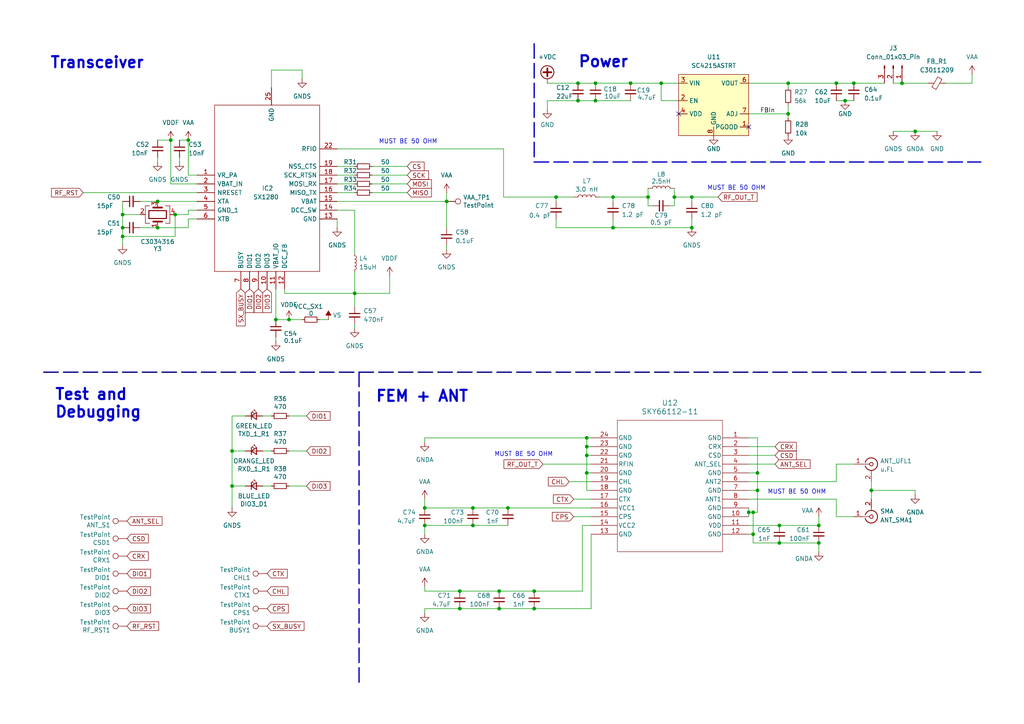
<source format=kicad_sch>
(kicad_sch (version 20250114) (generator "eeschema") (generator_version "9.0")
  (paper "A4")
  (lib_symbols
    (symbol "Connector:Conn_01x03_Pin" (pin_names (offset 1.016) (hide yes))
      (property "Reference" "J" (at 0 5.08 0))
      (property "Value" "Conn_01x03_Pin" (at 0 -5.08 0))
      (symbol "Conn_01x03_Pin_1_1"
        (pin passive line (at 5.08 2.54 180) (length 3.81) (name "Pin_1") (number "1"))
        (pin passive line (at 5.08 0 180) (length 3.81) (name "Pin_2") (number "2"))
        (pin passive line (at 5.08 -2.54 180) (length 3.81) (name "Pin_3") (number "3"))
      )
    )
    (symbol "Connector:Conn_Coaxial" (pin_names (offset 1.016) (hide yes))
      (property "Reference" "J" (at 0.254 3.048 0))
      (property "Value" "Conn_Coaxial" (at 2.921 0 90))
      (symbol "Conn_Coaxial_1_1"
        (pin passive line (at -5.08 0 0) (length 2.54) (name "In") (number "1"))
        (pin passive line (at 0 -5.08 90) (length 2.54) (name "Ext") (number "2"))
      )
    )
    (symbol "Connector:TestPoint" (pin_numbers (hide yes)) (pin_names (offset 0.762) (hide yes))
      (property "Reference" "TP" (at 0 6.858 0))
      (property "Value" "TestPoint" (at 0 5.08 0))
      (symbol "TestPoint_1_1"
        (pin passive line (at 0 0 90) (length 2.54) (name "1") (number "1"))
      )
    )
    (symbol "Device:C_Small" (pin_numbers (hide yes)) (pin_names (offset 0.254) (hide yes))
      (property "Reference" "C" (at 0.254 1.778 0))
      (property "Value" "C_Small" (at 0.254 -2.032 0))
      (symbol "C_Small_1_1"
        (pin passive line (at 0 2.54 270) (length 2.032) (name "~") (number "1"))
        (pin passive line (at 0 -2.54 90) (length 2.032) (name "~") (number "2"))
      )
    )
    (symbol "Device:Crystal_GND24" (pin_names (offset 1.016) (hide yes))
      (property "Reference" "Y" (at 3.175 5.08 0))
      (property "Value" "Crystal_GND24" (at 3.175 3.175 0))
      (symbol "Crystal_GND24_1_1"
        (pin passive line (at -3.81 0 0) (length 1.27) (name "1") (number "1"))
        (pin passive line (at 0 5.08 270) (length 1.27) (name "2") (number "2"))
        (pin passive line (at 0 -5.08 90) (length 1.27) (name "4") (number "4"))
        (pin passive line (at 3.81 0 180) (length 1.27) (name "3") (number "3"))
      )
    )
    (symbol "Device:FerriteBead_Small" (pin_numbers (hide yes)) (pin_names (offset 0))
      (property "Reference" "FB" (at 1.905 1.27 0))
      (property "Value" "FerriteBead_Small" (at 1.905 -1.27 0))
      (symbol "FerriteBead_Small_1_1"
        (pin passive line (at 0 2.54 270) (length 1.27) (name "~") (number "1"))
        (pin passive line (at 0 -2.54 90) (length 1.27) (name "~") (number "2"))
      )
    )
    (symbol "Device:L" (pin_numbers (hide yes)) (pin_names (offset 1.016) (hide yes))
      (property "Reference" "L" (at -1.27 0 90))
      (property "Value" "L" (at 1.905 0 90))
      (symbol "L_1_1"
        (pin passive line (at 0 3.81 270) (length 1.27) (name "1") (number "1"))
        (pin passive line (at 0 -3.81 90) (length 1.27) (name "2") (number "2"))
      )
    )
    (symbol "Device:LED_Small" (pin_numbers (hide yes)) (pin_names (offset 0.254) (hide yes))
      (property "Reference" "D" (at -1.27 3.175 0))
      (property "Value" "LED_Small" (at -4.445 -2.54 0))
      (symbol "LED_Small_1_1"
        (pin passive line (at -2.54 0 0) (length 1.778) (name "K") (number "1"))
        (pin passive line (at 2.54 0 180) (length 1.778) (name "A") (number "2"))
      )
    )
    (symbol "Device:L_Small" (pin_numbers (hide yes)) (pin_names (offset 0.254) (hide yes))
      (property "Reference" "L" (at 0.762 1.016 0))
      (property "Value" "L_Small" (at 0.762 -1.016 0))
      (symbol "L_Small_1_1"
        (pin passive line (at 0 2.54 270) (length 0.508) (name "~") (number "1"))
        (pin passive line (at 0 -2.54 90) (length 0.508) (name "~") (number "2"))
      )
    )
    (symbol "Device:R_Small" (pin_numbers (hide yes)) (pin_names (offset 0.254) (hide yes))
      (property "Reference" "R" (at 0.762 0.508 0))
      (property "Value" "R_Small" (at 0.762 -1.016 0))
      (symbol "R_Small_1_1"
        (pin passive line (at 0 2.54 270) (length 0.762) (name "~") (number "1"))
        (pin passive line (at 0 -2.54 90) (length 0.762) (name "~") (number "2"))
      )
    )
    (symbol "SX1280:symbols_SX1280IMLTRT" (pin_names (offset 0.762))
      (property "Reference" "IC" (at 36.83 25.4 0))
      (property "Value" "symbols_SX1280IMLTRT" (at 36.83 22.86 0))
      (symbol "symbols_SX1280IMLTRT_0_0"
        (pin bidirectional line (at 0 0 0) (length 5.08) (name "VR_PA") (number "1"))
        (pin bidirectional line (at 0 -2.54 0) (length 5.08) (name "VBAT_IN") (number "2"))
        (pin bidirectional line (at 0 -5.08 0) (length 5.08) (name "NRESET") (number "3"))
        (pin bidirectional line (at 0 -7.62 0) (length 5.08) (name "XTA") (number "4"))
        (pin bidirectional line (at 0 -10.16 0) (length 5.08) (name "GND_1") (number "5"))
        (pin bidirectional line (at 0 -12.7 0) (length 5.08) (name "XTB") (number "6"))
        (pin bidirectional line (at 12.7 -33.02 90) (length 5.08) (name "BUSY") (number "7"))
        (pin bidirectional line (at 15.24 -33.02 90) (length 5.08) (name "DIO1") (number "8"))
        (pin bidirectional line (at 17.78 -33.02 90) (length 5.08) (name "DIO2") (number "9"))
        (pin bidirectional line (at 20.32 -33.02 90) (length 5.08) (name "DIO3") (number "10"))
        (pin power_in line (at 21.59 25.4 270) (length 5.08) (hide yes) (name "GND") (number "20"))
        (pin power_in line (at 21.59 25.4 270) (length 5.08) (hide yes) (name "GND") (number "21"))
        (pin power_in line (at 21.59 25.4 270) (length 5.08) (hide yes) (name "GND") (number "23"))
        (pin power_in line (at 21.59 25.4 270) (length 5.08) (hide yes) (name "GND") (number "24"))
        (pin power_in line (at 21.59 25.4 270) (length 5.08) (name "GND") (number "25"))
        (pin bidirectional line (at 22.86 -33.02 90) (length 5.08) (name "VBAT_IO") (number "11"))
        (pin bidirectional line (at 25.4 -33.02 90) (length 5.08) (name "DCC_FB") (number "12"))
        (pin bidirectional line (at 40.64 7.62 180) (length 5.08) (name "RFIO") (number "22"))
        (pin bidirectional line (at 40.64 2.54 180) (length 5.08) (name "NSS_CTS") (number "19"))
        (pin bidirectional line (at 40.64 0 180) (length 5.08) (name "SCK_RTSN") (number "18"))
        (pin bidirectional line (at 40.64 -2.54 180) (length 5.08) (name "MOSI_RX") (number "17"))
        (pin bidirectional line (at 40.64 -5.08 180) (length 5.08) (name "MISO_TX") (number "16"))
        (pin bidirectional line (at 40.64 -7.62 180) (length 5.08) (name "VBAT") (number "15"))
        (pin bidirectional line (at 40.64 -10.16 180) (length 5.08) (name "DCC_SW") (number "14"))
        (pin bidirectional line (at 40.64 -12.7 180) (length 5.08) (name "GND") (number "13"))
      )
    )
    (symbol "iclr:SC4215ASTRT"
      (property "Reference" "U5" (at 0 4.8428 0))
      (property "Value" "SC4215" (at 0 2.3059 0))
      (symbol "SC4215ASTRT_1_1"
        (pin power_in line (at -10.16 -1.27 0) (length 2.54) (name "VIN") (number "3"))
        (pin input line (at -10.16 -6.35 0) (length 2.54) (name "EN") (number "2"))
        (pin input line (at -10.16 -10.16 0) (length 2.54) (name "VDD") (number "4"))
        (pin no_connect line (at -10.16 -15.24 0) (length 2.54) (hide yes) (name "NC") (number "5"))
        (pin power_out line (at 0 -16.51 90) (length 2.54) (name "GND") (number "8"))
        (pin power_out line (at 0 -16.51 90) (length 2.54) (hide yes) (name "GND") (number "9"))
        (pin power_out line (at 10.16 -1.27 180) (length 2.54) (name "VOUT") (number "6"))
        (pin input line (at 10.16 -10.16 180) (length 2.54) (name "ADJ") (number "7"))
        (pin output line (at 10.16 -13.97 180) (length 2.54) (name "PGOOD") (number "1"))
      )
    )
    (symbol "iclr:SKY66112-11" (pin_names (offset 0.254))
      (property "Reference" "U" (at 22.86 10.16 0))
      (property "Value" "SKY66112-11" (at 22.86 7.62 0))
      (symbol "SKY66112-11_1_1"
        (pin power_out line (at 0 0 0) (length 7.62) (name "GND") (number "1"))
        (pin unspecified line (at 0 -2.54 0) (length 7.62) (name "CRX") (number "2"))
        (pin unspecified line (at 0 -5.08 0) (length 7.62) (name "CSD") (number "3"))
        (pin unspecified line (at 0 -7.62 0) (length 7.62) (name "ANT_SEL") (number "4"))
        (pin power_out line (at 0 -10.16 0) (length 7.62) (name "GND") (number "5"))
        (pin bidirectional line (at 0 -12.7 0) (length 7.62) (name "ANT2") (number "6"))
        (pin power_out line (at 0 -15.24 0) (length 7.62) (name "GND") (number "7"))
        (pin bidirectional line (at 0 -17.78 0) (length 7.62) (name "ANT1") (number "8"))
        (pin power_out line (at 0 -20.32 0) (length 7.62) (name "GND") (number "9"))
        (pin power_out line (at 0 -22.86 0) (length 7.62) (name "GND") (number "10"))
        (pin power_in line (at 0 -25.4 0) (length 7.62) (name "VDD") (number "11"))
        (pin power_out line (at 0 -27.94 0) (length 7.62) (name "GND") (number "12"))
        (pin power_out line (at 45.72 0 180) (length 7.62) (name "GND") (number "24"))
        (pin power_out line (at 45.72 -2.54 180) (length 7.62) (name "GND") (number "23"))
        (pin power_out line (at 45.72 -5.08 180) (length 7.62) (name "GND") (number "22"))
        (pin power_in line (at 45.72 -7.62 180) (length 7.62) (name "RFIN") (number "21"))
        (pin power_out line (at 45.72 -10.16 180) (length 7.62) (name "GND") (number "20"))
        (pin unspecified line (at 45.72 -12.7 180) (length 7.62) (name "CHL") (number "19"))
        (pin power_out line (at 45.72 -15.24 180) (length 7.62) (name "GND") (number "18"))
        (pin unspecified line (at 45.72 -17.78 180) (length 7.62) (name "CTX") (number "17"))
        (pin power_in line (at 45.72 -20.32 180) (length 7.62) (name "VCC1") (number "16"))
        (pin unspecified line (at 45.72 -22.86 180) (length 7.62) (name "CPS") (number "15"))
        (pin power_in line (at 45.72 -25.4 180) (length 7.62) (name "VCC2") (number "14"))
        (pin power_out line (at 45.72 -27.94 180) (length 7.62) (name "GND") (number "13"))
      )
    )
    (symbol "power:+VDC" (power) (pin_numbers (hide yes)) (pin_names (offset 0) (hide yes))
      (property "Value" "+VDC" (at 0 6.35 0))
      (symbol "+VDC_1_1"
        (pin power_in line (at 0 0 90) (length 0) (name "~") (number "1"))
      )
    )
    (symbol "power:GND" (power) (pin_names (offset 0))
      (property "Value" "GND" (at 0 -3.81 0))
      (symbol "GND_1_1"
        (pin power_in line (at 0 0 270) (length 0) (hide yes) (name "GND") (number "1"))
      )
    )
    (symbol "power:GNDA" (power) (pin_numbers (hide yes)) (pin_names (offset 0) (hide yes))
      (property "Value" "GNDA" (at 0 -3.81 0))
      (symbol "GNDA_1_1"
        (pin power_in line (at 0 0 270) (length 0) (name "~") (number "1"))
      )
    )
    (symbol "power:GNDS" (power) (pin_numbers (hide yes)) (pin_names (offset 0) (hide yes))
      (property "Value" "GNDS" (at 0 -3.81 0))
      (symbol "GNDS_1_1"
        (pin power_in line (at 0 0 270) (length 0) (name "~") (number "1"))
      )
    )
    (symbol "power:VAA" (power) (pin_numbers (hide yes)) (pin_names (offset 0) (hide yes))
      (property "Value" "VAA" (at 0 3.556 0))
      (symbol "VAA_1_1"
        (pin power_in line (at 0 0 90) (length 0) (name "~") (number "1"))
      )
    )
    (symbol "power:VDDF" (power) (pin_numbers (hide yes)) (pin_names (offset 0) (hide yes))
      (property "Value" "VDDF" (at 0 3.556 0))
      (symbol "VDDF_1_1"
        (pin power_in line (at 0 0 90) (length 0) (name "~") (number "1"))
      )
    )
    (symbol "power:VS" (power) (pin_numbers (hide yes)) (pin_names (offset 0) (hide yes))
      (property "Value" "VS" (at 0 3.556 0))
      (symbol "VS_1_1"
        (pin power_in line (at 0 0 90) (length 0) (name "~") (number "1"))
      )
    )
  )
  (text "MUST BE 50 OHM\n" (at 151.892 131.826 0) (effects (font (size 1.27 1.27))))
  (text "Transceiver\n" (at 28.194 18.288 0) (effects (font (size 3.175 3.175) (thickness 0.635) (bold yes))))
  (text "Test and\nDebugging" (at 15.748 117.094 0) (effects (font (size 3.175 3.175) (thickness 0.635) (bold yes)) (justify left)))
  (text "MUST BE 50 OHM\n" (at 118.364 41.148 0) (effects (font (size 1.27 1.27))))
  (text "MUST BE 50 OHM\n" (at 231.14 142.748 0) (effects (font (size 1.27 1.27))))
  (text "Power" (at 175.006 18.034 0) (effects (font (size 3.175 3.175) (thickness 0.635) (bold yes))))
  (text "MUST BE 50 OHM\n" (at 213.614 54.61 0) (effects (font (size 1.27 1.27))))
  (text "FEM + ANT" (at 122.428 115.062 0) (effects (font (size 3.175 3.175) (thickness 0.635) (bold yes))))
  (junction (at 123.19 147.32))
  (junction (at 154.94 171.45))
  (junction (at 195.58 57.15))
  (junction (at 228.6 24.13))
  (junction (at 218.44 154.94))
  (junction (at 219.71 142.24))
  (junction (at 177.8 66.04))
  (junction (at 137.16 152.4))
  (junction (at 182.88 24.13))
  (junction (at 217.17 148.59))
  (junction (at 261.62 24.13))
  (junction (at 200.66 57.15))
  (junction (at 167.64 24.13))
  (junction (at 252.73 142.24))
  (junction (at 167.64 29.21))
  (junction (at 247.65 24.13))
  (junction (at 144.78 176.53))
  (junction (at 237.49 152.4))
  (junction (at 35.56 66.04))
  (junction (at 242.57 24.13))
  (junction (at 226.06 157.48))
  (junction (at 200.66 66.04))
  (junction (at 133.35 176.53))
  (junction (at 147.32 147.32))
  (junction (at 170.18 129.54))
  (junction (at 170.18 137.16))
  (junction (at 80.01 92.71))
  (junction (at 137.16 147.32))
  (junction (at 245.11 29.21))
  (junction (at 67.31 130.81))
  (junction (at 35.56 68.58))
  (junction (at 172.72 29.21))
  (junction (at 83.82 92.71))
  (junction (at 161.29 57.15))
  (junction (at 67.31 140.97))
  (junction (at 172.72 24.13))
  (junction (at 154.94 176.53))
  (junction (at 49.53 40.64))
  (junction (at 226.06 152.4))
  (junction (at 219.71 137.16))
  (junction (at 228.6 33.02))
  (junction (at 187.96 57.15))
  (junction (at 170.18 127))
  (junction (at 54.61 40.64))
  (junction (at 177.8 57.15))
  (junction (at 123.19 152.4))
  (junction (at 144.78 171.45))
  (junction (at 45.72 58.42))
  (junction (at 50.8 62.23))
  (junction (at 35.56 62.23))
  (junction (at 237.49 157.48))
  (junction (at 45.72 66.04))
  (junction (at 191.77 24.13))
  (junction (at 170.18 132.08))
  (junction (at 265.43 38.1))
  (junction (at 218.44 148.59))
  (junction (at 133.35 171.45))
  (junction (at 102.87 85.09))
  (junction (at 129.54 58.42))
  (no_connect (at 196.85 33.02))
  (no_connect (at 217.17 36.83))
  (wire (pts (xy 35.56 62.23) (xy 35.56 58.42)))
  (wire (pts (xy 102.87 60.96) (xy 102.87 73.66)))
  (wire (pts (xy 187.96 59.69) (xy 187.96 57.15)))
  (wire (pts (xy 82.55 85.09) (xy 82.55 83.82)))
  (wire (pts (xy 274.32 24.13) (xy 281.94 24.13)))
  (wire (pts (xy 219.71 142.24) (xy 219.71 148.59)))
  (wire (pts (xy 118.11 55.88) (xy 107.95 55.88)))
  (wire (pts (xy 45.72 40.64) (xy 49.53 40.64)))
  (wire (pts (xy 171.45 154.94) (xy 171.45 176.53)))
  (wire (pts (xy 228.6 24.13) (xy 242.57 24.13)))
  (wire (pts (xy 158.75 24.13) (xy 167.64 24.13)))
  (wire (pts (xy 217.17 33.02) (xy 228.6 33.02)))
  (wire (pts (xy 224.79 132.08) (xy 217.17 132.08)))
  (wire (pts (xy 224.79 134.62) (xy 217.17 134.62)))
  (wire (pts (xy 170.18 129.54) (xy 170.18 132.08)))
  (wire (pts (xy 242.57 24.13) (xy 247.65 24.13)))
  (wire (pts (xy 228.6 30.48) (xy 228.6 33.02)))
  (wire (pts (xy 158.75 29.21) (xy 158.75 31.75)))
  (wire (pts (xy 170.18 142.24) (xy 171.45 142.24)))
  (wire (pts (xy 49.53 53.34) (xy 49.53 40.64)))
  (wire (pts (xy 40.64 66.04) (xy 45.72 66.04)))
  (wire (pts (xy 137.16 152.4) (xy 123.19 152.4)))
  (wire (pts (xy 123.19 127) (xy 123.19 128.27)))
  (wire (pts (xy 177.8 66.04) (xy 177.8 63.5)))
  (wire (pts (xy 224.79 129.54) (xy 217.17 129.54)))
  (wire (pts (xy 217.17 144.78) (xy 242.57 144.78)))
  (wire (pts (xy 102.87 85.09) (xy 102.87 88.9)))
  (wire (pts (xy 170.18 132.08) (xy 170.18 137.16)))
  (wire (pts (xy 83.82 120.65) (xy 88.9 120.65)))
  (wire (pts (xy 24.13 55.88) (xy 57.15 55.88)))
  (wire (pts (xy 191.77 24.13) (xy 196.85 24.13)))
  (wire (pts (xy 118.11 53.34) (xy 107.95 53.34)))
  (wire (pts (xy 76.2 120.65) (xy 78.74 120.65)))
  (wire (pts (xy 129.54 71.12) (xy 129.54 72.39)))
  (wire (pts (xy 45.72 66.04) (xy 54.61 66.04)))
  (wire (pts (xy 171.45 144.78) (xy 166.37 144.78)))
  (wire (pts (xy 57.15 53.34) (xy 49.53 53.34)))
  (wire (pts (xy 92.71 92.71) (xy 95.25 92.71)))
  (wire (pts (xy 67.31 140.97) (xy 71.12 140.97)))
  (wire (pts (xy 170.18 127) (xy 170.18 129.54)))
  (wire (pts (xy 217.17 148.59) (xy 218.44 148.59)))
  (wire (pts (xy 161.29 66.04) (xy 177.8 66.04)))
  (wire (pts (xy 147.32 152.4) (xy 137.16 152.4)))
  (wire (pts (xy 71.12 130.81) (xy 67.31 130.81)))
  (wire (pts (xy 177.8 58.42) (xy 177.8 57.15)))
  (wire (pts (xy 167.64 29.21) (xy 172.72 29.21)))
  (wire (pts (xy 133.35 171.45) (xy 123.19 171.45)))
  (wire (pts (xy 102.87 78.74) (xy 102.87 85.09)))
  (bus (pts (xy 12.7 107.95) (xy 284.48 107.95)) (stroke (width 0.381) (type dash)))
  (wire (pts (xy 102.87 93.98) (xy 102.87 95.25)))
  (wire (pts (xy 261.62 24.13) (xy 269.24 24.13)))
  (wire (pts (xy 171.45 127) (xy 170.18 127)))
  (wire (pts (xy 154.94 171.45) (xy 144.78 171.45)))
  (wire (pts (xy 172.72 29.21) (xy 182.88 29.21)))
  (wire (pts (xy 87.63 20.32) (xy 87.63 22.86)))
  (wire (pts (xy 97.79 43.18) (xy 146.05 43.18)))
  (wire (pts (xy 172.72 24.13) (xy 182.88 24.13)))
  (wire (pts (xy 78.74 20.32) (xy 87.63 20.32)))
  (polyline (pts (xy 104.14 107.95) (xy 104.14 198.12)) (stroke (width 0.381) (type dash)))
  (wire (pts (xy 35.56 68.58) (xy 50.8 68.58)))
  (wire (pts (xy 80.01 92.71) (xy 83.82 92.71)))
  (wire (pts (xy 252.73 142.24) (xy 252.73 144.78)))
  (wire (pts (xy 102.87 85.09) (xy 82.55 85.09)))
  (wire (pts (xy 80.01 83.82) (xy 80.01 92.71)))
  (wire (pts (xy 170.18 127) (xy 123.19 127)))
  (wire (pts (xy 167.64 24.13) (xy 172.72 24.13)))
  (wire (pts (xy 228.6 24.13) (xy 228.6 25.4)))
  (wire (pts (xy 102.87 48.26) (xy 97.79 48.26)))
  (wire (pts (xy 102.87 53.34) (xy 97.79 53.34)))
  (wire (pts (xy 265.43 142.24) (xy 265.43 143.51)))
  (wire (pts (xy 154.94 176.53) (xy 144.78 176.53)))
  (polyline (pts (xy 154.94 12.7) (xy 154.94 46.99)) (stroke (width 0.381) (type dash)))
  (wire (pts (xy 35.56 66.04) (xy 35.56 68.58)))
  (wire (pts (xy 52.07 40.64) (xy 54.61 40.64)))
  (wire (pts (xy 129.54 55.88) (xy 129.54 58.42)))
  (wire (pts (xy 218.44 154.94) (xy 217.17 154.94)))
  (wire (pts (xy 195.58 57.15) (xy 195.58 59.69)))
  (wire (pts (xy 218.44 154.94) (xy 218.44 157.48)))
  (wire (pts (xy 187.96 57.15) (xy 187.96 54.61)))
  (wire (pts (xy 191.77 29.21) (xy 191.77 24.13)))
  (wire (pts (xy 237.49 157.48) (xy 237.49 160.02)))
  (wire (pts (xy 80.01 97.79) (xy 80.01 99.06)))
  (wire (pts (xy 67.31 130.81) (xy 67.31 140.97)))
  (wire (pts (xy 217.17 148.59) (xy 217.17 149.86)))
  (wire (pts (xy 196.85 29.21) (xy 191.77 29.21)))
  (wire (pts (xy 171.45 149.86) (xy 166.37 149.86)))
  (wire (pts (xy 247.65 134.62) (xy 242.57 134.62)))
  (wire (pts (xy 97.79 63.5) (xy 97.79 66.04)))
  (wire (pts (xy 219.71 148.59) (xy 218.44 148.59)))
  (wire (pts (xy 102.87 85.09) (xy 113.03 85.09)))
  (wire (pts (xy 123.19 152.4) (xy 123.19 154.94)))
  (wire (pts (xy 182.88 24.13) (xy 191.77 24.13)))
  (wire (pts (xy 195.58 57.15) (xy 200.66 57.15)))
  (wire (pts (xy 67.31 120.65) (xy 71.12 120.65)))
  (wire (pts (xy 146.05 43.18) (xy 146.05 57.15)))
  (wire (pts (xy 161.29 57.15) (xy 166.37 57.15)))
  (wire (pts (xy 83.82 92.71) (xy 87.63 92.71)))
  (wire (pts (xy 144.78 176.53) (xy 133.35 176.53)))
  (wire (pts (xy 242.57 134.62) (xy 242.57 139.7)))
  (wire (pts (xy 113.03 80.01) (xy 113.03 85.09)))
  (wire (pts (xy 226.06 152.4) (xy 217.17 152.4)))
  (wire (pts (xy 219.71 137.16) (xy 217.17 137.16)))
  (wire (pts (xy 218.44 148.59) (xy 218.44 154.94)))
  (wire (pts (xy 171.45 139.7) (xy 165.1 139.7)))
  (wire (pts (xy 171.45 176.53) (xy 154.94 176.53)))
  (wire (pts (xy 177.8 57.15) (xy 187.96 57.15)))
  (wire (pts (xy 217.17 142.24) (xy 219.71 142.24)))
  (wire (pts (xy 67.31 130.81) (xy 67.31 120.65)))
  (wire (pts (xy 200.66 66.04) (xy 200.66 63.5)))
  (wire (pts (xy 144.78 171.45) (xy 133.35 171.45)))
  (wire (pts (xy 146.05 57.15) (xy 161.29 57.15)))
  (wire (pts (xy 40.64 58.42) (xy 45.72 58.42)))
  (wire (pts (xy 259.08 38.1) (xy 265.43 38.1)))
  (wire (pts (xy 171.45 152.4) (xy 168.91 152.4)))
  (wire (pts (xy 189.23 59.69) (xy 187.96 59.69)))
  (wire (pts (xy 200.66 58.42) (xy 200.66 57.15)))
  (wire (pts (xy 35.56 68.58) (xy 35.56 71.12)))
  (wire (pts (xy 102.87 55.88) (xy 97.79 55.88)))
  (wire (pts (xy 147.32 147.32) (xy 137.16 147.32)))
  (wire (pts (xy 195.58 59.69) (xy 194.31 59.69)))
  (wire (pts (xy 237.49 157.48) (xy 226.06 157.48)))
  (wire (pts (xy 247.65 149.86) (xy 242.57 149.86)))
  (wire (pts (xy 67.31 140.97) (xy 67.31 147.32)))
  (wire (pts (xy 177.8 66.04) (xy 200.66 66.04)))
  (wire (pts (xy 265.43 38.1) (xy 271.78 38.1)))
  (wire (pts (xy 168.91 171.45) (xy 154.94 171.45)))
  (wire (pts (xy 171.45 137.16) (xy 170.18 137.16)))
  (wire (pts (xy 218.44 157.48) (xy 226.06 157.48)))
  (wire (pts (xy 171.45 134.62) (xy 157.48 134.62)))
  (wire (pts (xy 133.35 176.53) (xy 123.19 176.53)))
  (wire (pts (xy 219.71 137.16) (xy 219.71 127)))
  (wire (pts (xy 168.91 152.4) (xy 168.91 171.45)))
  (wire (pts (xy 247.65 24.13) (xy 256.54 24.13)))
  (wire (pts (xy 217.17 24.13) (xy 228.6 24.13)))
  (wire (pts (xy 195.58 54.61) (xy 195.58 57.15)))
  (wire (pts (xy 167.64 29.21) (xy 158.75 29.21)))
  (wire (pts (xy 242.57 149.86) (xy 242.57 144.78)))
  (wire (pts (xy 171.45 147.32) (xy 147.32 147.32)))
  (wire (pts (xy 161.29 63.5) (xy 161.29 66.04)))
  (wire (pts (xy 50.8 62.23) (xy 50.8 68.58)))
  (wire (pts (xy 54.61 60.96) (xy 57.15 60.96)))
  (wire (pts (xy 217.17 139.7) (xy 242.57 139.7)))
  (wire (pts (xy 281.94 24.13) (xy 281.94 21.59)))
  (wire (pts (xy 237.49 152.4) (xy 226.06 152.4)))
  (wire (pts (xy 129.54 58.42) (xy 129.54 66.04)))
  (wire (pts (xy 173.99 57.15) (xy 177.8 57.15)))
  (wire (pts (xy 161.29 58.42) (xy 161.29 57.15)))
  (wire (pts (xy 76.2 140.97) (xy 78.74 140.97)))
  (wire (pts (xy 57.15 63.5) (xy 54.61 63.5)))
  (wire (pts (xy 219.71 127) (xy 217.17 127)))
  (wire (pts (xy 76.2 130.81) (xy 78.74 130.81)))
  (wire (pts (xy 83.82 140.97) (xy 88.9 140.97)))
  (wire (pts (xy 97.79 58.42) (xy 129.54 58.42)))
  (polyline (pts (xy 154.94 46.99) (xy 284.48 46.99)) (stroke (width 0.381) (type dash)))
  (wire (pts (xy 35.56 62.23) (xy 35.56 66.04)))
  (wire (pts (xy 259.08 24.13) (xy 261.62 24.13)))
  (wire (pts (xy 40.64 62.23) (xy 35.56 62.23)))
  (wire (pts (xy 123.19 170.18) (xy 123.19 171.45)))
  (wire (pts (xy 137.16 147.32) (xy 123.19 147.32)))
  (wire (pts (xy 123.19 144.78) (xy 123.19 147.32)))
  (wire (pts (xy 54.61 50.8) (xy 54.61 40.64)))
  (wire (pts (xy 102.87 50.8) (xy 97.79 50.8)))
  (wire (pts (xy 242.57 29.21) (xy 245.11 29.21)))
  (wire (pts (xy 45.72 45.72) (xy 45.72 46.99)))
  (wire (pts (xy 252.73 139.7) (xy 252.73 142.24)))
  (wire (pts (xy 252.73 142.24) (xy 265.43 142.24)))
  (wire (pts (xy 54.61 63.5) (xy 54.61 66.04)))
  (wire (pts (xy 219.71 137.16) (xy 219.71 142.24)))
  (wire (pts (xy 118.11 50.8) (xy 107.95 50.8)))
  (wire (pts (xy 171.45 132.08) (xy 170.18 132.08)))
  (wire (pts (xy 97.79 60.96) (xy 102.87 60.96)))
  (wire (pts (xy 50.8 62.23) (xy 54.61 62.23)))
  (wire (pts (xy 57.15 50.8) (xy 54.61 50.8)))
  (wire (pts (xy 78.74 25.4) (xy 78.74 20.32)))
  (wire (pts (xy 237.49 149.86) (xy 237.49 152.4)))
  (wire (pts (xy 118.11 48.26) (xy 107.95 48.26)))
  (wire (pts (xy 171.45 129.54) (xy 170.18 129.54)))
  (wire (pts (xy 45.72 58.42) (xy 57.15 58.42)))
  (wire (pts (xy 228.6 33.02) (xy 228.6 34.29)))
  (wire (pts (xy 83.82 130.81) (xy 88.9 130.81)))
  (wire (pts (xy 123.19 176.53) (xy 123.19 177.8)))
  (wire (pts (xy 217.17 147.32) (xy 217.17 148.59)))
  (wire (pts (xy 170.18 137.16) (xy 170.18 142.24)))
  (wire (pts (xy 52.07 45.72) (xy 52.07 46.99)))
  (wire (pts (xy 200.66 57.15) (xy 208.28 57.15)))
  (wire (pts (xy 54.61 62.23) (xy 54.61 60.96)))
  (wire (pts (xy 245.11 29.21) (xy 247.65 29.21)))
  (label "FBIn" (at 224.79 33.02 180))
  (global_label "CSD" (shape input) (at 224.79 132.08 0) (property "Intersheetrefs" "${INTERSHEET_REFS}" (effects (hide yes))))
  (global_label "CTX" (shape input) (at 166.37 144.78 180) (property "Intersheetrefs" "${INTERSHEET_REFS}" (effects (hide yes))))
  (global_label "CRX" (shape input) (at 36.83 161.29 0) (property "Intersheetrefs" "${INTERSHEET_REFS}" (effects (hide yes))))
  (global_label "CHL" (shape input) (at 165.1 139.7 180) (property "Intersheetrefs" "${INTERSHEET_REFS}" (effects (hide yes))))
  (global_label "DIO2" (shape input) (at 36.83 171.45 0) (property "Intersheetrefs" "${INTERSHEET_REFS}" (effects (hide yes))))
  (global_label "RF_RST" (shape input) (at 24.13 55.88 180) (property "Intersheetrefs" "${INTERSHEET_REFS}" (effects (hide yes))))
  (global_label "DIO2" (shape input) (at 88.9 130.81 0) (property "Intersheetrefs" "${INTERSHEET_REFS}" (effects (hide yes))))
  (global_label "ANT_SEL" (shape input) (at 36.83 151.13 0) (property "Intersheetrefs" "${INTERSHEET_REFS}" (effects (hide yes))))
  (global_label "CSD" (shape input) (at 36.83 156.21 0) (property "Intersheetrefs" "${INTERSHEET_REFS}" (effects (hide yes))))
  (global_label "CPS" (shape input) (at 77.47 176.53 0) (property "Intersheetrefs" "${INTERSHEET_REFS}" (effects (hide yes))))
  (global_label "RF_OUT_T" (shape input) (at 208.28 57.15 0) (property "Intersheetrefs" "${INTERSHEET_REFS}" (effects (hide yes))))
  (global_label "DIO1" (shape input) (at 88.9 120.65 0) (property "Intersheetrefs" "${INTERSHEET_REFS}" (effects (hide yes))))
  (global_label "DIO3" (shape input) (at 88.9 140.97 0) (property "Intersheetrefs" "${INTERSHEET_REFS}" (effects (hide yes))))
  (global_label "SCK" (shape input) (at 118.11 50.8 0) (property "Intersheetrefs" "${INTERSHEET_REFS}" (effects (hide yes))))
  (global_label "DIO1" (shape input) (at 72.39 83.82 270) (property "Intersheetrefs" "${INTERSHEET_REFS}" (effects (hide yes))))
  (global_label "DIO3" (shape input) (at 36.83 176.53 0) (property "Intersheetrefs" "${INTERSHEET_REFS}" (effects (hide yes))))
  (global_label "SX_BUSY" (shape input) (at 69.85 83.82 270) (property "Intersheetrefs" "${INTERSHEET_REFS}" (effects (hide yes))))
  (global_label "MISO" (shape input) (at 118.11 55.88 0) (property "Intersheetrefs" "${INTERSHEET_REFS}" (effects (hide yes))))
  (global_label "CRX" (shape input) (at 224.79 129.54 0) (property "Intersheetrefs" "${INTERSHEET_REFS}" (effects (hide yes))))
  (global_label "RF_RST" (shape input) (at 36.83 181.61 0) (property "Intersheetrefs" "${INTERSHEET_REFS}" (effects (hide yes))))
  (global_label "DIO2" (shape input) (at 74.93 83.82 270) (property "Intersheetrefs" "${INTERSHEET_REFS}" (effects (hide yes))))
  (global_label "ANT_SEL" (shape input) (at 224.79 134.62 0) (property "Intersheetrefs" "${INTERSHEET_REFS}" (effects (hide yes))))
  (global_label "CS" (shape input) (at 118.11 48.26 0) (property "Intersheetrefs" "${INTERSHEET_REFS}" (effects (hide yes))))
  (global_label "DIO1" (shape input) (at 36.83 166.37 0) (property "Intersheetrefs" "${INTERSHEET_REFS}" (effects (hide yes))))
  (global_label "CPS" (shape input) (at 166.37 149.86 180) (property "Intersheetrefs" "${INTERSHEET_REFS}" (effects (hide yes))))
  (global_label "CHL" (shape input) (at 77.47 171.45 0) (property "Intersheetrefs" "${INTERSHEET_REFS}" (effects (hide yes))))
  (global_label "RF_OUT_T" (shape input) (at 157.48 134.62 180) (property "Intersheetrefs" "${INTERSHEET_REFS}" (effects (hide yes))))
  (global_label "MOSI" (shape input) (at 118.11 53.34 0) (property "Intersheetrefs" "${INTERSHEET_REFS}" (effects (hide yes))))
  (global_label "CTX" (shape input) (at 77.47 166.37 0) (property "Intersheetrefs" "${INTERSHEET_REFS}" (effects (hide yes))))
  (global_label "SX_BUSY" (shape input) (at 77.47 181.61 0) (property "Intersheetrefs" "${INTERSHEET_REFS}" (effects (hide yes))))
  (global_label "DIO3" (shape input) (at 77.47 83.82 270) (property "Intersheetrefs" "${INTERSHEET_REFS}" (effects (hide yes))))
  (symbol (lib_id "power:GNDS") (at 129.54 72.39 0) (unit 1)
    (property "Reference" "#PWR090" (effects (hide yes)))
    (property "Value" "GNDS" (at 129.54 77.47 0))
    (property "Description" "Power symbol creates a global label with name \"GNDS\" , signal ground" (effects (hide yes)))
  )
  (symbol (lib_id "Device:R_Small") (at 81.28 140.97 270) (unit 1)
    (property "Reference" "R38" (at 81.28 135.9916 90))
    (property "Value" "470" (at 81.28 138.303 90))
    (property "Footprint" "Resistor_SMD:R_0402_1005Metric" (effects (hide yes)))
  )
  (symbol (lib_id "power:GNDS") (at 97.79 66.04 0) (unit 1)
    (property "Reference" "#PWR088" (effects (hide yes)))
    (property "Value" "GNDS" (at 97.79 71.12 0))
    (property "Description" "Power symbol creates a global label with name \"GNDS\" , signal ground" (effects (hide yes)))
  )
  (symbol (lib_id "power:GND") (at 158.75 31.75 0) (unit 1)
    (property "Reference" "#PWR015" (effects (hide yes)))
    (property "Value" "GND" (at 158.75 36.1934 0))
  )
  (symbol (lib_id "Device:C_Small") (at 52.07 43.18 0) (unit 1)
    (property "Reference" "C53" (at 54.61 41.9162 0) (effects (justify left)))
    (property "Value" "10nF" (at 54.61 44.4562 0) (effects (justify left)))
    (property "Footprint" "Capacitor_SMD:C_0402_1005Metric" (effects (hide yes)))
    (property "Description" "Unpolarized capacitor, small symbol" (effects (hide yes)))
  )
  (symbol (lib_id "power:VAA") (at 237.49 149.86 0) (mirror y) (unit 1)
    (property "Reference" "#PWR097" (effects (hide yes)))
    (property "Value" "VAA" (at 234.188 148.082 0))
    (property "Description" "Power symbol creates a global label with name \"VAA\"" (effects (hide yes)))
  )
  (symbol (lib_id "Connector:TestPoint") (at 77.47 166.37 90) (unit 1)
    (property "Reference" "CHL1" (at 72.6948 167.5384 90) (effects (justify left)))
    (property "Value" "TestPoint" (at 72.6948 165.227 90) (effects (justify left)))
    (property "Footprint" "TestPoint:TestPoint_Pad_D1.0mm" (effects (hide yes)))
  )
  (symbol (lib_id "Device:C_Small") (at 38.1 58.42 90) (unit 1)
    (property "Reference" "C50" (at 33.02 57.15 90))
    (property "Value" "15pF" (at 30.48 59.69 90))
    (property "Footprint" "Capacitor_SMD:C_0402_1005Metric" (effects (hide yes)))
    (property "Description" "Unpolarized capacitor, small symbol" (effects (hide yes)))
  )
  (symbol (lib_id "Connector:Conn_Coaxial") (at 252.73 134.62 0) (unit 1)
    (property "Reference" "ANT_UFL1" (at 255.2701 133.701 0) (effects (justify left)))
    (property "Value" "u.FL" (at 255.2701 136.1253 0) (effects (justify left)))
    (property "Footprint" "Connector_Coaxial:U.FL_Hirose_U.FL-R-SMT-1_Vertical" (effects (hide yes)))
    (property "Description" "coaxial connector (BNC, SMA, SMB, SMC, Cinch/RCA, LEMO, ...)" (effects (hide yes)))
  )
  (symbol (lib_id "Connector:Conn_Coaxial") (at 252.73 149.86 0) (mirror x) (unit 1)
    (property "Reference" "ANT_SMA1" (at 255.27 150.8369 0) (effects (justify left)))
    (property "Value" "SMA" (at 255.27 148.2969 0) (effects (justify left)))
    (property "Footprint" "Connector_Coaxial:SMA_Molex_73251-1153_EdgeMount_Horizontal" (effects (hide yes)))
    (property "Description" "coaxial connector (BNC, SMA, SMB, SMC, Cinch/RCA, LEMO, ...)" (effects (hide yes)))
  )
  (symbol (lib_id "Connector:TestPoint") (at 77.47 171.45 90) (unit 1)
    (property "Reference" "CTX1" (at 72.6948 172.6184 90) (effects (justify left)))
    (property "Value" "TestPoint" (at 72.6948 170.307 90) (effects (justify left)))
    (property "Footprint" "TestPoint:TestPoint_Pad_D1.0mm" (effects (hide yes)))
  )
  (symbol (lib_id "Connector:TestPoint") (at 36.83 156.21 90) (unit 1)
    (property "Reference" "CSD1" (at 32.0548 157.3784 90) (effects (justify left)))
    (property "Value" "TestPoint" (at 32.0548 155.067 90) (effects (justify left)))
    (property "Footprint" "TestPoint:TestPoint_Pad_D1.0mm" (effects (hide yes)))
  )
  (symbol (lib_id "Device:L_Small") (at 102.87 76.2 0) (unit 1)
    (property "Reference" "L4" (at 104.14 74.9299 0) (effects (justify left)))
    (property "Value" "15uH" (at 104.14 77.4699 0) (effects (justify left)))
    (property "Footprint" "Inductor_SMD:L_0603_1608Metric" (effects (hide yes)))
    (property "Description" "Inductor, small symbol" (effects (hide yes)))
  )
  (symbol (lib_id "power:GND") (at 228.6 39.37 0) (unit 1)
    (property "Reference" "#PWR096" (effects (hide yes)))
    (property "Value" "GND" (at 228.6 44.45 0))
  )
  (symbol (lib_id "Device:C_Small") (at 154.94 173.99 0) (mirror y) (unit 1)
    (property "Reference" "C66" (at 152.4 172.7262 0) (effects (justify left)))
    (property "Value" "1nF" (at 152.4 175.2662 0) (effects (justify left)))
    (property "Footprint" "Capacitor_SMD:C_0402_1005Metric" (effects (hide yes)))
    (property "Description" "Unpolarized capacitor, small symbol" (effects (hide yes)))
  )
  (symbol (lib_id "SX1280:symbols_SX1280IMLTRT") (at 57.15 50.8 0) (unit 1)
    (property "Reference" "IC2" (at 75.946 54.61 0) (effects (justify left)))
    (property "Value" "SX1280" (at 73.406 57.15 0) (effects (justify left)))
    (property "Footprint" "iclr:QFN50P400X400X95-24N" (effects (hide yes)))
    (property "Datasheet" "http://www.semtech.com/images/datasheet/sx1280_81.pdf" (effects (hide yes)))
    (property "Description_1" "RF Transceiver Long range 2.4 GHz Wireless Transceiver" (effects (hide yes)))
    (property "Height" "0.8" (effects (hide yes)))
    (property "Manufacturer_Name" "SEMTECH" (effects (hide yes)))
    (property "Manufacturer_Part_Number" "SX1280IMLTRT" (effects (hide yes)))
    (property "Mouser Part Number" "947-SX1280IMLTRT" (effects (hide yes)))
    (property "Mouser Price/Stock" "https://www.mouser.com/Search/Refine.aspx?Keyword=947-SX1280IMLTRT" (effects (hide yes)))
  )
  (symbol (lib_id "Device:C_Small") (at 129.54 68.58 0) (unit 1)
    (property "Reference" "C58" (at 132.08 67.3162 0) (effects (justify left)))
    (property "Value" "0.1uF" (at 132.08 69.8562 0) (effects (justify left)))
    (property "Footprint" "Capacitor_SMD:C_0402_1005Metric" (effects (hide yes)))
    (property "Description" "Unpolarized capacitor, small symbol" (effects (hide yes)))
  )
  (symbol (lib_id "Device:C_Small") (at 133.35 173.99 0) (mirror y) (unit 1)
    (property "Reference" "C71" (at 130.81 172.7262 0) (effects (justify left)))
    (property "Value" "4.7uF" (at 130.81 175.2662 0) (effects (justify left)))
    (property "Footprint" "Capacitor_SMD:C_0603_1608Metric" (effects (hide yes)))
    (property "Description" "Unpolarized capacitor, small symbol" (effects (hide yes)))
  )
  (symbol (lib_id "power:VAA") (at 129.54 55.88 0) (unit 1)
    (property "Reference" "#PWR054" (effects (hide yes)))
    (property "Value" "VAA" (at 129.54 50.8 0))
    (property "Description" "Power symbol creates a global label with name \"VAA\"" (effects (hide yes)))
  )
  (symbol (lib_id "Device:R_Small") (at 105.41 55.88 270) (unit 1)
    (property "Reference" "R34" (at 101.6 54.61 90))
    (property "Value" "50" (at 111.76 54.61 90))
    (property "Footprint" "Resistor_SMD:R_0402_1005Metric" (effects (hide yes)))
  )
  (symbol (lib_id "Device:R_Small") (at 228.6 36.83 0) (unit 1)
    (property "Reference" "R28" (at 230.614 36.0797 0) (effects (justify left)))
    (property "Value" "10k" (at 230.614 38.6197 0) (effects (justify left)))
    (property "Footprint" "Resistor_SMD:R_0402_1005Metric" (effects (hide yes)))
  )
  (symbol (lib_id "Device:C_Small") (at 80.01 95.25 0) (unit 1)
    (property "Reference" "C54" (at 82.296 96.774 0) (effects (justify left)))
    (property "Value" "0.1uF" (at 82.296 98.806 0) (effects (justify left)))
    (property "Footprint" "Capacitor_SMD:C_0402_1005Metric" (effects (hide yes)))
    (property "Description" "Unpolarized capacitor, small symbol" (effects (hide yes)))
  )
  (symbol (lib_id "Connector:TestPoint") (at 36.83 181.61 90) (unit 1)
    (property "Reference" "RF_RST1" (at 32.0548 182.7784 90) (effects (justify left)))
    (property "Value" "TestPoint" (at 32.0548 180.467 90) (effects (justify left)))
    (property "Footprint" "TestPoint:TestPoint_Pad_D1.0mm" (effects (hide yes)))
  )
  (symbol (lib_id "power:GNDA") (at 123.19 128.27 0) (mirror y) (unit 1)
    (property "Reference" "#PWR0103" (effects (hide yes)))
    (property "Value" "GNDA" (at 123.19 133.35 0))
    (property "Description" "Power symbol creates a global label with name \"GNDA\" , analog ground" (effects (hide yes)))
  )
  (symbol (lib_id "Connector:TestPoint") (at 129.54 58.42 270) (unit 1)
    (property "Reference" "VAA_TP1" (at 134.3152 57.2516 90) (effects (justify left)))
    (property "Value" "TestPoint" (at 134.3152 59.563 90) (effects (justify left)))
    (property "Footprint" "TestPoint:TestPoint_Pad_D1.0mm" (effects (hide yes)))
  )
  (symbol (lib_id "power:VAA") (at 123.19 144.78 0) (mirror y) (unit 1)
    (property "Reference" "#PWR0104" (effects (hide yes)))
    (property "Value" "VAA" (at 123.19 139.7 0))
    (property "Description" "Power symbol creates a global label with name \"VAA\"" (effects (hide yes)))
  )
  (symbol (lib_id "power:GNDA") (at 123.19 177.8 0) (mirror y) (unit 1)
    (property "Reference" "#PWR0102" (effects (hide yes)))
    (property "Value" "GNDA" (at 123.19 182.88 0))
    (property "Description" "Power symbol creates a global label with name \"GNDA\" , analog ground" (effects (hide yes)))
  )
  (symbol (lib_id "Device:C_Small") (at 172.72 26.67 0) (unit 1)
    (property "Reference" "C18" (at 175.0441 25.8416 0) (effects (justify left)))
    (property "Value" "10uF" (at 175.26 27.94 0) (effects (justify left)))
    (property "Footprint" "Capacitor_SMD:C_0402_1005Metric" (effects (hide yes)))
  )
  (symbol (lib_id "Device:LED_Small") (at 73.66 130.81 0) (unit 1)
    (property "Reference" "RXD_1_R1" (at 73.66 136.017 0))
    (property "Value" "ORANGE_LED" (at 73.66 133.7056 0))
    (property "Footprint" "Diode_SMD:D_0402_1005Metric" (effects (hide yes)))
  )
  (symbol (lib_id "Device:C_Small") (at 38.1 66.04 90) (unit 1)
    (property "Reference" "C51" (at 33.02 64.77 90))
    (property "Value" "15pF" (at 30.48 67.31 90))
    (property "Footprint" "Capacitor_SMD:C_0402_1005Metric" (effects (hide yes)))
    (property "Description" "Unpolarized capacitor, small symbol" (effects (hide yes)))
  )
  (symbol (lib_id "Connector:TestPoint") (at 36.83 151.13 90) (unit 1)
    (property "Reference" "ANT_S1" (at 32.0548 152.2984 90) (effects (justify left)))
    (property "Value" "TestPoint" (at 32.0548 149.987 90) (effects (justify left)))
    (property "Footprint" "TestPoint:TestPoint_Pad_D1.0mm" (effects (hide yes)))
  )
  (symbol (lib_id "Device:R_Small") (at 81.28 130.81 270) (unit 1)
    (property "Reference" "R37" (at 81.28 125.8316 90))
    (property "Value" "470" (at 81.28 128.143 90))
    (property "Footprint" "Resistor_SMD:R_0402_1005Metric" (effects (hide yes)))
  )
  (symbol (lib_id "Device:C_Small") (at 137.16 149.86 0) (mirror y) (unit 1)
    (property "Reference" "C73" (at 134.62 148.5962 0) (effects (justify left)))
    (property "Value" "100nF" (at 134.62 151.1362 0) (effects (justify left)))
    (property "Footprint" "Capacitor_SMD:C_0402_1005Metric" (effects (hide yes)))
    (property "Description" "Unpolarized capacitor, small symbol" (effects (hide yes)))
  )
  (symbol (lib_id "power:VAA") (at 123.19 170.18 0) (mirror y) (unit 1)
    (property "Reference" "#PWR0101" (effects (hide yes)))
    (property "Value" "VAA" (at 123.19 165.1 0))
    (property "Description" "Power symbol creates a global label with name \"VAA\"" (effects (hide yes)))
  )
  (symbol (lib_id "power:GNDS") (at 259.08 38.1 0) (unit 1)
    (property "Reference" "#PWR046" (effects (hide yes)))
    (property "Value" "GNDS" (at 259.08 43.18 0))
    (property "Description" "Power symbol creates a global label with name \"GNDS\" , signal ground" (effects (hide yes)))
  )
  (symbol (lib_id "Device:C_Small") (at 242.57 26.67 180) (unit 1)
    (property "Reference" "C62" (at 236.22 26.67 0) (effects (justify right)))
    (property "Value" "10uF" (at 236.22 29.21 0) (effects (justify right)))
    (property "Footprint" "Capacitor_SMD:C_0402_1005Metric" (effects (hide yes)))
  )
  (symbol (lib_id "power:+VDC") (at 158.75 24.13 0) (unit 1)
    (property "Reference" "#PWR057" (effects (hide yes)))
    (property "Value" "+VDC" (at 158.75 16.51 0))
    (property "Description" "Power symbol creates a global label with name \"+VDC\"" (effects (hide yes)))
  )
  (symbol (lib_id "Device:C_Small") (at 200.66 60.96 0) (unit 1)
    (property "Reference" "C80" (at 203.2 59.6962 0) (effects (justify left)))
    (property "Value" "1.2 pF" (at 203.2 62.2362 0) (effects (justify left)))
    (property "Footprint" "Capacitor_SMD:C_0402_1005Metric" (effects (hide yes)))
    (property "Description" "Unpolarized capacitor, small symbol" (effects (hide yes)))
  )
  (symbol (lib_id "Device:L") (at 191.77 54.61 90) (unit 1)
    (property "Reference" "L8" (at 191.77 50.546 90))
    (property "Value" "2.5nH" (at 191.77 52.578 90))
    (property "Footprint" "Inductor_SMD:L_0402_1005Metric" (effects (hide yes)))
    (property "Description" "Inductor" (effects (hide yes)))
  )
  (symbol (lib_id "Device:C_Small") (at 182.88 26.67 0) (unit 1)
    (property "Reference" "C19" (at 184.6636 26.1768 0) (effects (justify left)))
    (property "Value" "4.7uF" (at 184.8795 28.2752 0) (effects (justify left)))
    (property "Footprint" "Capacitor_SMD:C_0402_1005Metric" (effects (hide yes)))
  )
  (symbol (lib_id "power:GND") (at 207.01 39.37 0) (unit 1)
    (property "Reference" "#PWR094" (effects (hide yes)))
    (property "Value" "GND" (at 207.01 43.18 0))
  )
  (symbol (lib_id "power:GNDA") (at 237.49 160.02 0) (mirror y) (unit 1)
    (property "Reference" "#PWR098" (effects (hide yes)))
    (property "Value" "GNDA" (at 233.172 162.052 0))
    (property "Description" "Power symbol creates a global label with name \"GNDA\" , analog ground" (effects (hide yes)))
  )
  (symbol (lib_id "power:VDDF") (at 113.03 80.01 0) (unit 1)
    (property "Reference" "#PWR059" (effects (hide yes)))
    (property "Value" "VDDF" (at 113.03 74.93 0))
    (property "Description" "Power symbol creates a global label with name \"VDDF\"" (effects (hide yes)))
  )
  (symbol (lib_id "power:GNDS") (at 35.56 71.12 0) (unit 1)
    (property "Reference" "#PWR078" (effects (hide yes)))
    (property "Value" "GNDS" (at 35.56 76.2 0))
    (property "Description" "Power symbol creates a global label with name \"GNDS\" , signal ground" (effects (hide yes)))
  )
  (symbol (lib_id "Device:R_Small") (at 228.6 27.94 0) (unit 1)
    (property "Reference" "R27" (at 230.3567 26.7105 0) (effects (justify left)))
    (property "Value" "56k" (at 230.3567 29.2505 0) (effects (justify left)))
    (property "Footprint" "Resistor_SMD:R_0402_1005Metric" (effects (hide yes)))
  )
  (symbol (lib_id "Device:C_Small") (at 177.8 60.96 0) (unit 1)
    (property "Reference" "C78" (at 180.34 59.6962 0) (effects (justify left)))
    (property "Value" "1.2 pF" (at 180.34 62.2362 0) (effects (justify left)))
    (property "Footprint" "Capacitor_SMD:C_0402_1005Metric" (effects (hide yes)))
    (property "Description" "Unpolarized capacitor, small symbol" (effects (hide yes)))
  )
  (symbol (lib_id "power:GND") (at 245.11 29.21 0) (unit 1)
    (property "Reference" "#PWR099" (effects (hide yes)))
    (property "Value" "GND" (at 245.11 33.02 0))
  )
  (symbol (lib_id "Connector:TestPoint") (at 36.83 171.45 90) (unit 1)
    (property "Reference" "DIO2" (at 32.0548 172.6184 90) (effects (justify left)))
    (property "Value" "TestPoint" (at 32.0548 170.307 90) (effects (justify left)))
    (property "Footprint" "TestPoint:TestPoint_Pad_D1.0mm" (effects (hide yes)))
  )
  (symbol (lib_id "Device:C_Small") (at 147.32 149.86 0) (mirror y) (unit 1)
    (property "Reference" "C70" (at 144.78 148.5962 0) (effects (justify left)))
    (property "Value" "1nF" (at 144.78 151.1362 0) (effects (justify left)))
    (property "Footprint" "Capacitor_SMD:C_0402_1005Metric" (effects (hide yes)))
    (property "Description" "Unpolarized capacitor, small symbol" (effects (hide yes)))
  )
  (symbol (lib_id "power:GNDS") (at 52.07 46.99 0) (unit 1)
    (property "Reference" "#PWR081" (effects (hide yes)))
    (property "Value" "GNDS" (at 52.07 52.07 0))
    (property "Description" "Power symbol creates a global label with name \"GNDS\" , signal ground" (effects (hide yes)))
  )
  (symbol (lib_id "power:VDDF") (at 83.82 92.71 0) (unit 1)
    (property "Reference" "#PWR063" (effects (hide yes)))
    (property "Value" "VDDF" (at 83.82 88.392 0))
    (property "Description" "Power symbol creates a global label with name \"VDDF\"" (effects (hide yes)))
  )
  (symbol (lib_id "power:GND") (at 271.78 38.1 0) (unit 1)
    (property "Reference" "#PWR051" (effects (hide yes)))
    (property "Value" "GND" (at 271.78 43.18 0))
  )
  (symbol (lib_id "Connector:TestPoint") (at 36.83 176.53 90) (unit 1)
    (property "Reference" "DIO3" (at 32.0548 177.6984 90) (effects (justify left)))
    (property "Value" "TestPoint" (at 32.0548 175.387 90) (effects (justify left)))
    (property "Footprint" "TestPoint:TestPoint_Pad_D1.0mm" (effects (hide yes)))
  )
  (symbol (lib_id "Device:C_Small") (at 167.64 26.67 0) (unit 1)
    (property "Reference" "C12" (at 161.29 25.4031 0) (effects (justify left)))
    (property "Value" "22uF" (at 161.29 27.94 0) (effects (justify left)))
    (property "Footprint" "Capacitor_SMD:C_0603_1608Metric" (effects (hide yes)))
  )
  (symbol (lib_id "power:GNDS") (at 200.66 66.04 0) (unit 1)
    (property "Reference" "#PWR091" (effects (hide yes)))
    (property "Value" "GNDS" (at 200.66 71.12 0))
    (property "Description" "Power symbol creates a global label with name \"GNDS\" , signal ground" (effects (hide yes)))
  )
  (symbol (lib_id "Device:Crystal_GND24") (at 45.72 62.23 90) (unit 1)
    (property "Reference" "Y3" (at 45.72 72.136 90))
    (property "Value" "C3034316" (at 45.72 70.104 90))
    (property "Footprint" "Crystal:Crystal_SMD_2016-4Pin_2.0x1.6mm" (effects (hide yes)))
    (property "Description" "Four pin crystal, GND on pins 2 and 4" (effects (hide yes)))
  )
  (symbol (lib_id "power:VAA") (at 281.94 21.59 0) (unit 1)
    (property "Reference" "#PWR0100" (effects (hide yes)))
    (property "Value" "VAA" (at 281.94 16.51 0))
    (property "Description" "Power symbol creates a global label with name \"VAA\"" (effects (hide yes)))
  )
  (symbol (lib_id "Device:R_Small") (at 105.41 53.34 270) (unit 1)
    (property "Reference" "R33" (at 101.6 52.07 90))
    (property "Value" "50" (at 111.76 52.07 90))
    (property "Footprint" "Resistor_SMD:R_0402_1005Metric" (effects (hide yes)))
  )
  (symbol (lib_id "Device:R_Small") (at 90.17 92.71 90) (unit 1)
    (property "Reference" "VCC_SX1" (at 93.726 88.9 90) (effects (justify left)))
    (property "Value" "0" (at 90.932 90.932 90) (effects (justify left)))
    (property "Footprint" "Resistor_SMD:R_0603_1608Metric" (effects (hide yes)))
  )
  (symbol (lib_id "power:GNDS") (at 67.31 147.32 0) (unit 1)
    (property "Reference" "#PWR061" (effects (hide yes)))
    (property "Value" "GNDS" (at 67.31 152.4 0))
    (property "Description" "Power symbol creates a global label with name \"GNDS\" , signal ground" (effects (hide yes)))
  )
  (symbol (lib_id "Device:C_Small") (at 226.06 154.94 0) (mirror y) (unit 1)
    (property "Reference" "C65" (at 223.52 153.6762 0) (effects (justify left)))
    (property "Value" "1nF" (at 223.52 156.2162 0) (effects (justify left)))
    (property "Footprint" "Capacitor_SMD:C_0402_1005Metric" (effects (hide yes)))
    (property "Description" "Unpolarized capacitor, small symbol" (effects (hide yes)))
  )
  (symbol (lib_id "Device:FerriteBead_Small") (at 271.78 24.13 90) (unit 1)
    (property "Reference" "FB_R1" (at 271.7419 17.78 90))
    (property "Value" "C3011209" (at 271.7419 20.32 90))
    (property "Footprint" "Inductor_SMD:L_0603_1608Metric" (effects (hide yes)))
    (property "Description" "Ferrite bead, small symbol" (effects (hide yes)))
  )
  (symbol (lib_id "power:GNDA") (at 265.43 38.1 0) (unit 1)
    (property "Reference" "#PWR049" (effects (hide yes)))
    (property "Value" "GNDA" (at 265.43 43.18 0))
    (property "Description" "Power symbol creates a global label with name \"GNDA\" , analog ground" (effects (hide yes)))
  )
  (symbol (lib_id "Device:C_Small") (at 144.78 173.99 0) (mirror y) (unit 1)
    (property "Reference" "C68" (at 142.24 172.7262 0) (effects (justify left)))
    (property "Value" "100nF" (at 142.24 175.2662 0) (effects (justify left)))
    (property "Footprint" "Capacitor_SMD:C_0402_1005Metric" (effects (hide yes)))
    (property "Description" "Unpolarized capacitor, small symbol" (effects (hide yes)))
  )
  (symbol (lib_id "power:GNDS") (at 45.72 46.99 0) (unit 1)
    (property "Reference" "#PWR080" (effects (hide yes)))
    (property "Value" "GNDS" (at 45.72 52.07 0))
    (property "Description" "Power symbol creates a global label with name \"GNDS\" , signal ground" (effects (hide yes)))
  )
  (symbol (lib_id "Device:C_Small") (at 45.72 43.18 0) (unit 1)
    (property "Reference" "C52" (at 39.37 41.91 0) (effects (justify left)))
    (property "Value" "10nF" (at 38.1 44.45 0) (effects (justify left)))
    (property "Footprint" "Capacitor_SMD:C_0402_1005Metric" (effects (hide yes)))
    (property "Description" "Unpolarized capacitor, small symbol" (effects (hide yes)))
  )
  (symbol (lib_id "power:GNDS") (at 102.87 95.25 0) (unit 1)
    (property "Reference" "#PWR089" (effects (hide yes)))
    (property "Value" "GNDS" (at 102.87 100.33 0))
    (property "Description" "Power symbol creates a global label with name \"GNDS\" , signal ground" (effects (hide yes)))
  )
  (symbol (lib_id "Connector:Conn_01x03_Pin") (at 259.08 19.05 270) (unit 1)
    (property "Reference" "J3" (at 259.08 13.97 90))
    (property "Value" "Conn_01x03_Pin" (at 259.08 16.51 90))
    (property "Footprint" "Connector_PinHeader_2.54mm:PinHeader_1x03_P2.54mm_Vertical" (effects (hide yes)))
    (property "Description" "Generic connector, single row, 01x03, script generated" (effects (hide yes)))
  )
  (symbol (lib_id "Connector:TestPoint") (at 77.47 176.53 90) (unit 1)
    (property "Reference" "CPS1" (at 72.6948 177.6984 90) (effects (justify left)))
    (property "Value" "TestPoint" (at 72.6948 175.387 90) (effects (justify left)))
    (property "Footprint" "TestPoint:TestPoint_Pad_D1.0mm" (effects (hide yes)))
  )
  (symbol (lib_id "Device:R_Small") (at 105.41 48.26 270) (unit 1)
    (property "Reference" "R31" (at 101.6 46.99 90))
    (property "Value" "50" (at 111.76 46.99 90))
    (property "Footprint" "Resistor_SMD:R_0402_1005Metric" (effects (hide yes)))
  )
  (symbol (lib_id "power:GNDS") (at 87.63 22.86 0) (unit 1)
    (property "Reference" "#PWR086" (effects (hide yes)))
    (property "Value" "GNDS" (at 87.63 27.94 0))
    (property "Description" "Power symbol creates a global label with name \"GNDS\" , signal ground" (effects (hide yes)))
  )
  (symbol (lib_id "Device:LED_Small") (at 73.66 140.97 0) (unit 1)
    (property "Reference" "DIO3_D1" (at 73.66 146.177 0))
    (property "Value" "BLUE_LED" (at 73.66 143.8656 0))
    (property "Footprint" "Diode_SMD:D_0402_1005Metric" (effects (hide yes)))
  )
  (symbol (lib_id "power:GNDA") (at 123.19 154.94 0) (mirror y) (unit 1)
    (property "Reference" "#PWR0105" (effects (hide yes)))
    (property "Value" "GNDA" (at 123.19 160.02 0))
    (property "Description" "Power symbol creates a global label with name \"GNDA\" , analog ground" (effects (hide yes)))
  )
  (symbol (lib_id "Connector:TestPoint") (at 77.47 181.61 90) (unit 1)
    (property "Reference" "BUSY1" (at 72.6948 182.7784 90) (effects (justify left)))
    (property "Value" "TestPoint" (at 72.6948 180.467 90) (effects (justify left)))
    (property "Footprint" "TestPoint:TestPoint_Pad_D1.0mm" (effects (hide yes)))
  )
  (symbol (lib_id "Device:R_Small") (at 105.41 50.8 270) (unit 1)
    (property "Reference" "R32" (at 101.6 49.53 90))
    (property "Value" "50" (at 111.76 49.53 90))
    (property "Footprint" "Resistor_SMD:R_0402_1005Metric" (effects (hide yes)))
  )
  (symbol (lib_id "Device:C_Small") (at 102.87 91.44 0) (unit 1)
    (property "Reference" "C57" (at 105.41 90.1762 0) (effects (justify left)))
    (property "Value" "470nF" (at 105.41 92.7162 0) (effects (justify left)))
    (property "Footprint" "Capacitor_SMD:C_0402_1005Metric" (effects (hide yes)))
    (property "Description" "Unpolarized capacitor, small symbol" (effects (hide yes)))
  )
  (symbol (lib_id "Device:C_Small") (at 123.19 149.86 0) (mirror y) (unit 1)
    (property "Reference" "C74" (at 120.65 148.5962 0) (effects (justify left)))
    (property "Value" "4.7uF" (at 120.65 151.1362 0) (effects (justify left)))
    (property "Footprint" "Capacitor_SMD:C_0603_1608Metric" (effects (hide yes)))
    (property "Description" "Unpolarized capacitor, small symbol" (effects (hide yes)))
  )
  (symbol (lib_id "Device:R_Small") (at 81.28 120.65 270) (unit 1)
    (property "Reference" "R36" (at 81.28 115.6716 90))
    (property "Value" "470" (at 81.28 117.983 90))
    (property "Footprint" "Resistor_SMD:R_0402_1005Metric" (effects (hide yes)))
  )
  (symbol (lib_id "power:VAA") (at 54.61 40.64 0) (unit 1)
    (property "Reference" "#PWR053" (effects (hide yes)))
    (property "Value" "VAA" (at 54.61 35.56 0))
    (property "Description" "Power symbol creates a global label with name \"VAA\"" (effects (hide yes)))
  )
  (symbol (lib_id "Device:C_Small") (at 247.65 26.67 180) (unit 1)
    (property "Reference" "C64" (at 250.6083 25.9754 0) (effects (justify right)))
    (property "Value" "0.1uF" (at 250.6083 28.5154 0) (effects (justify right)))
    (property "Footprint" "Capacitor_SMD:C_0402_1005Metric" (effects (hide yes)))
  )
  (symbol (lib_id "iclr:SKY66112-11") (at 217.17 127 0) (mirror y) (unit 1)
    (property "Reference" "U12" (at 194.31 116.84 0) (effects (font (size 1.524 1.524))))
    (property "Value" "SKY66112-11" (at 194.31 119.38 0) (effects (font (size 1.524 1.524))))
    (property "Footprint" "iclr:SKY66112-11_SKY" (effects (hide yes)))
    (property "Datasheet" "SKY66112-11" (effects (hide yes)))
  )
  (symbol (lib_id "Device:C_Small") (at 237.49 154.94 0) (mirror y) (unit 1)
    (property "Reference" "C61" (at 234.95 153.6762 0) (effects (justify left)))
    (property "Value" "100nF" (at 234.95 156.2162 0) (effects (justify left)))
    (property "Footprint" "Capacitor_SMD:C_0402_1005Metric" (effects (hide yes)))
    (property "Description" "Unpolarized capacitor, small symbol" (effects (hide yes)))
  )
  (symbol (lib_id "iclr:SC4215ASTRT") (at 207.01 22.86 0) (unit 1)
    (property "Reference" "U11" (at 207.01 16.51 0))
    (property "Value" "SC4215ASTRT" (at 207.01 19.05 0))
    (property "Footprint" "iclr:SOIC127P599X175-9N" (effects (hide yes)))
  )
  (symbol (lib_id "Device:L") (at 170.18 57.15 90) (unit 1)
    (property "Reference" "L7" (at 170.18 52.5002 90))
    (property "Value" "3.0 nH" (at 170.18 54.9245 90))
    (property "Footprint" "Inductor_SMD:L_0402_1005Metric" (effects (hide yes)))
    (property "Description" "Inductor" (effects (hide yes)))
  )
  (symbol (lib_id "Connector:TestPoint") (at 36.83 166.37 90) (unit 1)
    (property "Reference" "DIO1" (at 32.0548 167.5384 90) (effects (justify left)))
    (property "Value" "TestPoint" (at 32.0548 165.227 90) (effects (justify left)))
    (property "Footprint" "TestPoint:TestPoint_Pad_D1.0mm" (effects (hide yes)))
  )
  (symbol (lib_id "Connector:TestPoint") (at 36.83 161.29 90) (unit 1)
    (property "Reference" "CRX1" (at 32.0548 162.4584 90) (effects (justify left)))
    (property "Value" "TestPoint" (at 32.0548 160.147 90) (effects (justify left)))
    (property "Footprint" "TestPoint:TestPoint_Pad_D1.0mm" (effects (hide yes)))
  )
  (symbol (lib_id "power:VS") (at 95.25 92.71 0) (unit 1)
    (property "Reference" "#PWR085" (effects (hide yes)))
    (property "Value" "VS" (at 97.79 91.44 0))
    (property "Description" "Power symbol creates a global label with name \"VS\"" (effects (hide yes)))
  )
  (symbol (lib_id "power:VDDF") (at 49.53 40.64 0) (unit 1)
    (property "Reference" "#PWR060" (effects (hide yes)))
    (property "Value" "VDDF" (at 49.53 35.56 0))
    (property "Description" "Power symbol creates a global label with name \"VDDF\"" (effects (hide yes)))
  )
  (symbol (lib_id "Device:C_Small") (at 191.77 59.69 270) (unit 1)
    (property "Reference" "C79" (at 191.77 62.484 90))
    (property "Value" "0.5 pF" (at 191.77 64.516 90))
    (property "Footprint" "Capacitor_SMD:C_0402_1005Metric" (effects (hide yes)))
    (property "Description" "Unpolarized capacitor, small symbol" (effects (hide yes)))
  )
  (symbol (lib_id "Device:C_Small") (at 161.29 60.96 0) (unit 1)
    (property "Reference" "C77" (at 155.194 59.69 0) (effects (justify left)))
    (property "Value" "0.4 pF" (at 153.416 62.484 0) (effects (justify left)))
    (property "Footprint" "Capacitor_SMD:C_0402_1005Metric" (effects (hide yes)))
    (property "Description" "Unpolarized capacitor, small symbol" (effects (hide yes)))
  )
  (symbol (lib_id "Device:LED_Small") (at 73.66 120.65 0) (unit 1)
    (property "Reference" "TXD_1_R1" (at 73.66 125.857 0))
    (property "Value" "GREEN_LED" (at 73.66 123.5456 0))
    (property "Footprint" "Diode_SMD:D_0402_1005Metric" (effects (hide yes)))
  )
  (symbol (lib_id "power:GNDA") (at 265.43 143.51 0) (unit 1)
    (property "Reference" "#PWR062" (effects (hide yes)))
    (property "Value" "GNDA" (at 265.43 148.59 0))
    (property "Description" "Power symbol creates a global label with name \"GNDA\" , analog ground" (effects (hide yes)))
  )
  (symbol (lib_id "power:GNDS") (at 80.01 99.06 0) (unit 1)
    (property "Reference" "#PWR084" (effects (hide yes)))
    (property "Value" "GNDS" (at 80.01 104.14 0))
    (property "Description" "Power symbol creates a global label with name \"GNDS\" , signal ground" (effects (hide yes)))
  )
)
</source>
